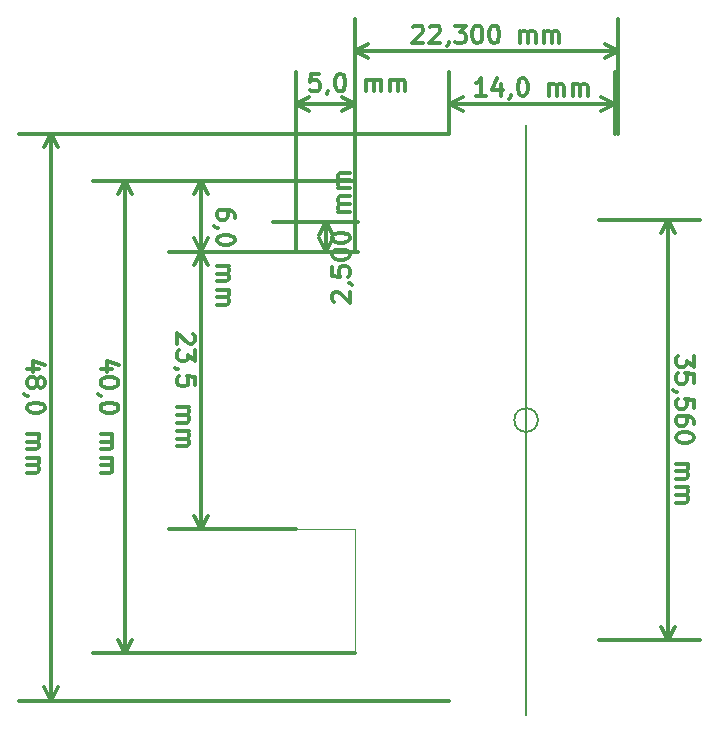
<source format=gbr>
G04 #@! TF.GenerationSoftware,KiCad,Pcbnew,5.0.2-bee76a0~70~ubuntu18.04.1*
G04 #@! TF.CreationDate,2019-03-07T20:11:12+01:00*
G04 #@! TF.ProjectId,bus-module_attiny1634,6275732d-6d6f-4647-956c-655f61747469,C*
G04 #@! TF.SameCoordinates,Original*
G04 #@! TF.FileFunction,Other,Comment*
%FSLAX46Y46*%
G04 Gerber Fmt 4.6, Leading zero omitted, Abs format (unit mm)*
G04 Created by KiCad (PCBNEW 5.0.2-bee76a0~70~ubuntu18.04.1) date Do 07 Mär 2019 20:11:12 CET*
%MOMM*%
%LPD*%
G01*
G04 APERTURE LIST*
%ADD10C,0.300000*%
%ADD11C,0.200000*%
%ADD12C,0.100000*%
G04 APERTURE END LIST*
D10*
X89935714Y-66991428D02*
X90007142Y-66920000D01*
X90150000Y-66848571D01*
X90507142Y-66848571D01*
X90650000Y-66920000D01*
X90721428Y-66991428D01*
X90792857Y-67134285D01*
X90792857Y-67277142D01*
X90721428Y-67491428D01*
X89864285Y-68348571D01*
X90792857Y-68348571D01*
X91364285Y-66991428D02*
X91435714Y-66920000D01*
X91578571Y-66848571D01*
X91935714Y-66848571D01*
X92078571Y-66920000D01*
X92150000Y-66991428D01*
X92221428Y-67134285D01*
X92221428Y-67277142D01*
X92150000Y-67491428D01*
X91292857Y-68348571D01*
X92221428Y-68348571D01*
X92935714Y-68277142D02*
X92935714Y-68348571D01*
X92864285Y-68491428D01*
X92792857Y-68562857D01*
X93435714Y-66848571D02*
X94364285Y-66848571D01*
X93864285Y-67420000D01*
X94078571Y-67420000D01*
X94221428Y-67491428D01*
X94292857Y-67562857D01*
X94364285Y-67705714D01*
X94364285Y-68062857D01*
X94292857Y-68205714D01*
X94221428Y-68277142D01*
X94078571Y-68348571D01*
X93650000Y-68348571D01*
X93507142Y-68277142D01*
X93435714Y-68205714D01*
X95292857Y-66848571D02*
X95435714Y-66848571D01*
X95578571Y-66920000D01*
X95650000Y-66991428D01*
X95721428Y-67134285D01*
X95792857Y-67420000D01*
X95792857Y-67777142D01*
X95721428Y-68062857D01*
X95650000Y-68205714D01*
X95578571Y-68277142D01*
X95435714Y-68348571D01*
X95292857Y-68348571D01*
X95150000Y-68277142D01*
X95078571Y-68205714D01*
X95007142Y-68062857D01*
X94935714Y-67777142D01*
X94935714Y-67420000D01*
X95007142Y-67134285D01*
X95078571Y-66991428D01*
X95150000Y-66920000D01*
X95292857Y-66848571D01*
X96721428Y-66848571D02*
X96864285Y-66848571D01*
X97007142Y-66920000D01*
X97078571Y-66991428D01*
X97150000Y-67134285D01*
X97221428Y-67420000D01*
X97221428Y-67777142D01*
X97150000Y-68062857D01*
X97078571Y-68205714D01*
X97007142Y-68277142D01*
X96864285Y-68348571D01*
X96721428Y-68348571D01*
X96578571Y-68277142D01*
X96507142Y-68205714D01*
X96435714Y-68062857D01*
X96364285Y-67777142D01*
X96364285Y-67420000D01*
X96435714Y-67134285D01*
X96507142Y-66991428D01*
X96578571Y-66920000D01*
X96721428Y-66848571D01*
X99007142Y-68348571D02*
X99007142Y-67348571D01*
X99007142Y-67491428D02*
X99078571Y-67420000D01*
X99221428Y-67348571D01*
X99435714Y-67348571D01*
X99578571Y-67420000D01*
X99650000Y-67562857D01*
X99650000Y-68348571D01*
X99650000Y-67562857D02*
X99721428Y-67420000D01*
X99864285Y-67348571D01*
X100078571Y-67348571D01*
X100221428Y-67420000D01*
X100292857Y-67562857D01*
X100292857Y-68348571D01*
X101007142Y-68348571D02*
X101007142Y-67348571D01*
X101007142Y-67491428D02*
X101078571Y-67420000D01*
X101221428Y-67348571D01*
X101435714Y-67348571D01*
X101578571Y-67420000D01*
X101650000Y-67562857D01*
X101650000Y-68348571D01*
X101650000Y-67562857D02*
X101721428Y-67420000D01*
X101864285Y-67348571D01*
X102078571Y-67348571D01*
X102221428Y-67420000D01*
X102292857Y-67562857D01*
X102292857Y-68348571D01*
X107300000Y-69020000D02*
X85000000Y-69020000D01*
X107300000Y-76020000D02*
X107300000Y-66320000D01*
X85000000Y-76020000D02*
X85000000Y-66320000D01*
X85000000Y-69020000D02*
X86126504Y-68433579D01*
X85000000Y-69020000D02*
X86126504Y-69606421D01*
X107300000Y-69020000D02*
X106173496Y-68433579D01*
X107300000Y-69020000D02*
X106173496Y-69606421D01*
X83196428Y-90245000D02*
X83125000Y-90173571D01*
X83053571Y-90030714D01*
X83053571Y-89673571D01*
X83125000Y-89530714D01*
X83196428Y-89459285D01*
X83339285Y-89387857D01*
X83482142Y-89387857D01*
X83696428Y-89459285D01*
X84553571Y-90316428D01*
X84553571Y-89387857D01*
X84482142Y-88673571D02*
X84553571Y-88673571D01*
X84696428Y-88745000D01*
X84767857Y-88816428D01*
X83053571Y-87316428D02*
X83053571Y-88030714D01*
X83767857Y-88102142D01*
X83696428Y-88030714D01*
X83625000Y-87887857D01*
X83625000Y-87530714D01*
X83696428Y-87387857D01*
X83767857Y-87316428D01*
X83910714Y-87245000D01*
X84267857Y-87245000D01*
X84410714Y-87316428D01*
X84482142Y-87387857D01*
X84553571Y-87530714D01*
X84553571Y-87887857D01*
X84482142Y-88030714D01*
X84410714Y-88102142D01*
X83053571Y-86316428D02*
X83053571Y-86173571D01*
X83125000Y-86030714D01*
X83196428Y-85959285D01*
X83339285Y-85887857D01*
X83625000Y-85816428D01*
X83982142Y-85816428D01*
X84267857Y-85887857D01*
X84410714Y-85959285D01*
X84482142Y-86030714D01*
X84553571Y-86173571D01*
X84553571Y-86316428D01*
X84482142Y-86459285D01*
X84410714Y-86530714D01*
X84267857Y-86602142D01*
X83982142Y-86673571D01*
X83625000Y-86673571D01*
X83339285Y-86602142D01*
X83196428Y-86530714D01*
X83125000Y-86459285D01*
X83053571Y-86316428D01*
X83053571Y-84887857D02*
X83053571Y-84745000D01*
X83125000Y-84602142D01*
X83196428Y-84530714D01*
X83339285Y-84459285D01*
X83625000Y-84387857D01*
X83982142Y-84387857D01*
X84267857Y-84459285D01*
X84410714Y-84530714D01*
X84482142Y-84602142D01*
X84553571Y-84745000D01*
X84553571Y-84887857D01*
X84482142Y-85030714D01*
X84410714Y-85102142D01*
X84267857Y-85173571D01*
X83982142Y-85245000D01*
X83625000Y-85245000D01*
X83339285Y-85173571D01*
X83196428Y-85102142D01*
X83125000Y-85030714D01*
X83053571Y-84887857D01*
X84553571Y-82602142D02*
X83553571Y-82602142D01*
X83696428Y-82602142D02*
X83625000Y-82530714D01*
X83553571Y-82387857D01*
X83553571Y-82173571D01*
X83625000Y-82030714D01*
X83767857Y-81959285D01*
X84553571Y-81959285D01*
X83767857Y-81959285D02*
X83625000Y-81887857D01*
X83553571Y-81745000D01*
X83553571Y-81530714D01*
X83625000Y-81387857D01*
X83767857Y-81316428D01*
X84553571Y-81316428D01*
X84553571Y-80602142D02*
X83553571Y-80602142D01*
X83696428Y-80602142D02*
X83625000Y-80530714D01*
X83553571Y-80387857D01*
X83553571Y-80173571D01*
X83625000Y-80030714D01*
X83767857Y-79959285D01*
X84553571Y-79959285D01*
X83767857Y-79959285D02*
X83625000Y-79887857D01*
X83553571Y-79745000D01*
X83553571Y-79530714D01*
X83625000Y-79387857D01*
X83767857Y-79316428D01*
X84553571Y-79316428D01*
X82525000Y-85995000D02*
X82525000Y-83495000D01*
X78025000Y-85995000D02*
X85225000Y-85995000D01*
X78025000Y-83495000D02*
X85225000Y-83495000D01*
X82525000Y-83495000D02*
X83111421Y-84621504D01*
X82525000Y-83495000D02*
X81938579Y-84621504D01*
X82525000Y-85995000D02*
X83111421Y-84868496D01*
X82525000Y-85995000D02*
X81938579Y-84868496D01*
X113677428Y-94806285D02*
X113677428Y-95734857D01*
X113106000Y-95234857D01*
X113106000Y-95449142D01*
X113034571Y-95592000D01*
X112963142Y-95663428D01*
X112820285Y-95734857D01*
X112463142Y-95734857D01*
X112320285Y-95663428D01*
X112248857Y-95592000D01*
X112177428Y-95449142D01*
X112177428Y-95020571D01*
X112248857Y-94877714D01*
X112320285Y-94806285D01*
X113677428Y-97092000D02*
X113677428Y-96377714D01*
X112963142Y-96306285D01*
X113034571Y-96377714D01*
X113106000Y-96520571D01*
X113106000Y-96877714D01*
X113034571Y-97020571D01*
X112963142Y-97092000D01*
X112820285Y-97163428D01*
X112463142Y-97163428D01*
X112320285Y-97092000D01*
X112248857Y-97020571D01*
X112177428Y-96877714D01*
X112177428Y-96520571D01*
X112248857Y-96377714D01*
X112320285Y-96306285D01*
X112248857Y-97877714D02*
X112177428Y-97877714D01*
X112034571Y-97806285D01*
X111963142Y-97734857D01*
X113677428Y-99234857D02*
X113677428Y-98520571D01*
X112963142Y-98449142D01*
X113034571Y-98520571D01*
X113106000Y-98663428D01*
X113106000Y-99020571D01*
X113034571Y-99163428D01*
X112963142Y-99234857D01*
X112820285Y-99306285D01*
X112463142Y-99306285D01*
X112320285Y-99234857D01*
X112248857Y-99163428D01*
X112177428Y-99020571D01*
X112177428Y-98663428D01*
X112248857Y-98520571D01*
X112320285Y-98449142D01*
X113677428Y-100592000D02*
X113677428Y-100306285D01*
X113606000Y-100163428D01*
X113534571Y-100092000D01*
X113320285Y-99949142D01*
X113034571Y-99877714D01*
X112463142Y-99877714D01*
X112320285Y-99949142D01*
X112248857Y-100020571D01*
X112177428Y-100163428D01*
X112177428Y-100449142D01*
X112248857Y-100592000D01*
X112320285Y-100663428D01*
X112463142Y-100734857D01*
X112820285Y-100734857D01*
X112963142Y-100663428D01*
X113034571Y-100592000D01*
X113106000Y-100449142D01*
X113106000Y-100163428D01*
X113034571Y-100020571D01*
X112963142Y-99949142D01*
X112820285Y-99877714D01*
X113677428Y-101663428D02*
X113677428Y-101806285D01*
X113606000Y-101949142D01*
X113534571Y-102020571D01*
X113391714Y-102092000D01*
X113106000Y-102163428D01*
X112748857Y-102163428D01*
X112463142Y-102092000D01*
X112320285Y-102020571D01*
X112248857Y-101949142D01*
X112177428Y-101806285D01*
X112177428Y-101663428D01*
X112248857Y-101520571D01*
X112320285Y-101449142D01*
X112463142Y-101377714D01*
X112748857Y-101306285D01*
X113106000Y-101306285D01*
X113391714Y-101377714D01*
X113534571Y-101449142D01*
X113606000Y-101520571D01*
X113677428Y-101663428D01*
X112177428Y-103949142D02*
X113177428Y-103949142D01*
X113034571Y-103949142D02*
X113106000Y-104020571D01*
X113177428Y-104163428D01*
X113177428Y-104377714D01*
X113106000Y-104520571D01*
X112963142Y-104592000D01*
X112177428Y-104592000D01*
X112963142Y-104592000D02*
X113106000Y-104663428D01*
X113177428Y-104806285D01*
X113177428Y-105020571D01*
X113106000Y-105163428D01*
X112963142Y-105234857D01*
X112177428Y-105234857D01*
X112177428Y-105949142D02*
X113177428Y-105949142D01*
X113034571Y-105949142D02*
X113106000Y-106020571D01*
X113177428Y-106163428D01*
X113177428Y-106377714D01*
X113106000Y-106520571D01*
X112963142Y-106592000D01*
X112177428Y-106592000D01*
X112963142Y-106592000D02*
X113106000Y-106663428D01*
X113177428Y-106806285D01*
X113177428Y-107020571D01*
X113106000Y-107163428D01*
X112963142Y-107234857D01*
X112177428Y-107234857D01*
X111506000Y-83312000D02*
X111506000Y-118872000D01*
X105664000Y-83312000D02*
X114206000Y-83312000D01*
X105664000Y-118872000D02*
X114206000Y-118872000D01*
X111506000Y-118872000D02*
X110919579Y-117745496D01*
X111506000Y-118872000D02*
X112092421Y-117745496D01*
X111506000Y-83312000D02*
X110919579Y-84438504D01*
X111506000Y-83312000D02*
X112092421Y-84438504D01*
D11*
X99492000Y-75254000D02*
X99492000Y-125254000D01*
D10*
X58221428Y-95928571D02*
X57221428Y-95928571D01*
X58792857Y-95571428D02*
X57721428Y-95214285D01*
X57721428Y-96142857D01*
X58078571Y-96928571D02*
X58150000Y-96785714D01*
X58221428Y-96714285D01*
X58364285Y-96642857D01*
X58435714Y-96642857D01*
X58578571Y-96714285D01*
X58650000Y-96785714D01*
X58721428Y-96928571D01*
X58721428Y-97214285D01*
X58650000Y-97357142D01*
X58578571Y-97428571D01*
X58435714Y-97500000D01*
X58364285Y-97500000D01*
X58221428Y-97428571D01*
X58150000Y-97357142D01*
X58078571Y-97214285D01*
X58078571Y-96928571D01*
X58007142Y-96785714D01*
X57935714Y-96714285D01*
X57792857Y-96642857D01*
X57507142Y-96642857D01*
X57364285Y-96714285D01*
X57292857Y-96785714D01*
X57221428Y-96928571D01*
X57221428Y-97214285D01*
X57292857Y-97357142D01*
X57364285Y-97428571D01*
X57507142Y-97500000D01*
X57792857Y-97500000D01*
X57935714Y-97428571D01*
X58007142Y-97357142D01*
X58078571Y-97214285D01*
X57292857Y-98214285D02*
X57221428Y-98214285D01*
X57078571Y-98142857D01*
X57007142Y-98071428D01*
X58721428Y-99142857D02*
X58721428Y-99285714D01*
X58650000Y-99428571D01*
X58578571Y-99500000D01*
X58435714Y-99571428D01*
X58150000Y-99642857D01*
X57792857Y-99642857D01*
X57507142Y-99571428D01*
X57364285Y-99500000D01*
X57292857Y-99428571D01*
X57221428Y-99285714D01*
X57221428Y-99142857D01*
X57292857Y-99000000D01*
X57364285Y-98928571D01*
X57507142Y-98857142D01*
X57792857Y-98785714D01*
X58150000Y-98785714D01*
X58435714Y-98857142D01*
X58578571Y-98928571D01*
X58650000Y-99000000D01*
X58721428Y-99142857D01*
X57221428Y-101428571D02*
X58221428Y-101428571D01*
X58078571Y-101428571D02*
X58150000Y-101500000D01*
X58221428Y-101642857D01*
X58221428Y-101857142D01*
X58150000Y-102000000D01*
X58007142Y-102071428D01*
X57221428Y-102071428D01*
X58007142Y-102071428D02*
X58150000Y-102142857D01*
X58221428Y-102285714D01*
X58221428Y-102500000D01*
X58150000Y-102642857D01*
X58007142Y-102714285D01*
X57221428Y-102714285D01*
X57221428Y-103428571D02*
X58221428Y-103428571D01*
X58078571Y-103428571D02*
X58150000Y-103500000D01*
X58221428Y-103642857D01*
X58221428Y-103857142D01*
X58150000Y-104000000D01*
X58007142Y-104071428D01*
X57221428Y-104071428D01*
X58007142Y-104071428D02*
X58150000Y-104142857D01*
X58221428Y-104285714D01*
X58221428Y-104500000D01*
X58150000Y-104642857D01*
X58007142Y-104714285D01*
X57221428Y-104714285D01*
X59250000Y-76000000D02*
X59250000Y-124000000D01*
X93000000Y-76000000D02*
X56550000Y-76000000D01*
X93000000Y-124000000D02*
X56550000Y-124000000D01*
X59250000Y-124000000D02*
X58663579Y-122873496D01*
X59250000Y-124000000D02*
X59836421Y-122873496D01*
X59250000Y-76000000D02*
X58663579Y-77126504D01*
X59250000Y-76000000D02*
X59836421Y-77126504D01*
X64471428Y-95928571D02*
X63471428Y-95928571D01*
X65042857Y-95571428D02*
X63971428Y-95214285D01*
X63971428Y-96142857D01*
X64971428Y-97000000D02*
X64971428Y-97142857D01*
X64900000Y-97285714D01*
X64828571Y-97357142D01*
X64685714Y-97428571D01*
X64400000Y-97500000D01*
X64042857Y-97500000D01*
X63757142Y-97428571D01*
X63614285Y-97357142D01*
X63542857Y-97285714D01*
X63471428Y-97142857D01*
X63471428Y-97000000D01*
X63542857Y-96857142D01*
X63614285Y-96785714D01*
X63757142Y-96714285D01*
X64042857Y-96642857D01*
X64400000Y-96642857D01*
X64685714Y-96714285D01*
X64828571Y-96785714D01*
X64900000Y-96857142D01*
X64971428Y-97000000D01*
X63542857Y-98214285D02*
X63471428Y-98214285D01*
X63328571Y-98142857D01*
X63257142Y-98071428D01*
X64971428Y-99142857D02*
X64971428Y-99285714D01*
X64900000Y-99428571D01*
X64828571Y-99500000D01*
X64685714Y-99571428D01*
X64400000Y-99642857D01*
X64042857Y-99642857D01*
X63757142Y-99571428D01*
X63614285Y-99500000D01*
X63542857Y-99428571D01*
X63471428Y-99285714D01*
X63471428Y-99142857D01*
X63542857Y-99000000D01*
X63614285Y-98928571D01*
X63757142Y-98857142D01*
X64042857Y-98785714D01*
X64400000Y-98785714D01*
X64685714Y-98857142D01*
X64828571Y-98928571D01*
X64900000Y-99000000D01*
X64971428Y-99142857D01*
X63471428Y-101428571D02*
X64471428Y-101428571D01*
X64328571Y-101428571D02*
X64400000Y-101500000D01*
X64471428Y-101642857D01*
X64471428Y-101857142D01*
X64400000Y-102000000D01*
X64257142Y-102071428D01*
X63471428Y-102071428D01*
X64257142Y-102071428D02*
X64400000Y-102142857D01*
X64471428Y-102285714D01*
X64471428Y-102500000D01*
X64400000Y-102642857D01*
X64257142Y-102714285D01*
X63471428Y-102714285D01*
X63471428Y-103428571D02*
X64471428Y-103428571D01*
X64328571Y-103428571D02*
X64400000Y-103500000D01*
X64471428Y-103642857D01*
X64471428Y-103857142D01*
X64400000Y-104000000D01*
X64257142Y-104071428D01*
X63471428Y-104071428D01*
X64257142Y-104071428D02*
X64400000Y-104142857D01*
X64471428Y-104285714D01*
X64471428Y-104500000D01*
X64400000Y-104642857D01*
X64257142Y-104714285D01*
X63471428Y-104714285D01*
X65500000Y-80000000D02*
X65500000Y-120000000D01*
X85000000Y-80000000D02*
X62800000Y-80000000D01*
X85000000Y-120000000D02*
X62800000Y-120000000D01*
X65500000Y-120000000D02*
X64913579Y-118873496D01*
X65500000Y-120000000D02*
X66086421Y-118873496D01*
X65500000Y-80000000D02*
X64913579Y-81126504D01*
X65500000Y-80000000D02*
X66086421Y-81126504D01*
X71328571Y-92964285D02*
X71400000Y-93035714D01*
X71471428Y-93178571D01*
X71471428Y-93535714D01*
X71400000Y-93678571D01*
X71328571Y-93750000D01*
X71185714Y-93821428D01*
X71042857Y-93821428D01*
X70828571Y-93750000D01*
X69971428Y-92892857D01*
X69971428Y-93821428D01*
X71471428Y-94321428D02*
X71471428Y-95250000D01*
X70900000Y-94750000D01*
X70900000Y-94964285D01*
X70828571Y-95107142D01*
X70757142Y-95178571D01*
X70614285Y-95250000D01*
X70257142Y-95250000D01*
X70114285Y-95178571D01*
X70042857Y-95107142D01*
X69971428Y-94964285D01*
X69971428Y-94535714D01*
X70042857Y-94392857D01*
X70114285Y-94321428D01*
X70042857Y-95964285D02*
X69971428Y-95964285D01*
X69828571Y-95892857D01*
X69757142Y-95821428D01*
X71471428Y-97321428D02*
X71471428Y-96607142D01*
X70757142Y-96535714D01*
X70828571Y-96607142D01*
X70900000Y-96750000D01*
X70900000Y-97107142D01*
X70828571Y-97250000D01*
X70757142Y-97321428D01*
X70614285Y-97392857D01*
X70257142Y-97392857D01*
X70114285Y-97321428D01*
X70042857Y-97250000D01*
X69971428Y-97107142D01*
X69971428Y-96750000D01*
X70042857Y-96607142D01*
X70114285Y-96535714D01*
X69971428Y-99178571D02*
X70971428Y-99178571D01*
X70828571Y-99178571D02*
X70900000Y-99250000D01*
X70971428Y-99392857D01*
X70971428Y-99607142D01*
X70900000Y-99750000D01*
X70757142Y-99821428D01*
X69971428Y-99821428D01*
X70757142Y-99821428D02*
X70900000Y-99892857D01*
X70971428Y-100035714D01*
X70971428Y-100250000D01*
X70900000Y-100392857D01*
X70757142Y-100464285D01*
X69971428Y-100464285D01*
X69971428Y-101178571D02*
X70971428Y-101178571D01*
X70828571Y-101178571D02*
X70900000Y-101250000D01*
X70971428Y-101392857D01*
X70971428Y-101607142D01*
X70900000Y-101750000D01*
X70757142Y-101821428D01*
X69971428Y-101821428D01*
X70757142Y-101821428D02*
X70900000Y-101892857D01*
X70971428Y-102035714D01*
X70971428Y-102250000D01*
X70900000Y-102392857D01*
X70757142Y-102464285D01*
X69971428Y-102464285D01*
X72000000Y-86000000D02*
X72000000Y-109500000D01*
X80000000Y-86000000D02*
X69300000Y-86000000D01*
X80000000Y-109500000D02*
X69300000Y-109500000D01*
X72000000Y-109500000D02*
X71413579Y-108373496D01*
X72000000Y-109500000D02*
X72586421Y-108373496D01*
X72000000Y-86000000D02*
X71413579Y-87126504D01*
X72000000Y-86000000D02*
X72586421Y-87126504D01*
X74821428Y-83142857D02*
X74821428Y-82857142D01*
X74750000Y-82714285D01*
X74678571Y-82642857D01*
X74464285Y-82500000D01*
X74178571Y-82428571D01*
X73607142Y-82428571D01*
X73464285Y-82500000D01*
X73392857Y-82571428D01*
X73321428Y-82714285D01*
X73321428Y-83000000D01*
X73392857Y-83142857D01*
X73464285Y-83214285D01*
X73607142Y-83285714D01*
X73964285Y-83285714D01*
X74107142Y-83214285D01*
X74178571Y-83142857D01*
X74250000Y-83000000D01*
X74250000Y-82714285D01*
X74178571Y-82571428D01*
X74107142Y-82500000D01*
X73964285Y-82428571D01*
X73392857Y-84000000D02*
X73321428Y-84000000D01*
X73178571Y-83928571D01*
X73107142Y-83857142D01*
X74821428Y-84928571D02*
X74821428Y-85071428D01*
X74750000Y-85214285D01*
X74678571Y-85285714D01*
X74535714Y-85357142D01*
X74250000Y-85428571D01*
X73892857Y-85428571D01*
X73607142Y-85357142D01*
X73464285Y-85285714D01*
X73392857Y-85214285D01*
X73321428Y-85071428D01*
X73321428Y-84928571D01*
X73392857Y-84785714D01*
X73464285Y-84714285D01*
X73607142Y-84642857D01*
X73892857Y-84571428D01*
X74250000Y-84571428D01*
X74535714Y-84642857D01*
X74678571Y-84714285D01*
X74750000Y-84785714D01*
X74821428Y-84928571D01*
X73321428Y-87214285D02*
X74321428Y-87214285D01*
X74178571Y-87214285D02*
X74250000Y-87285714D01*
X74321428Y-87428571D01*
X74321428Y-87642857D01*
X74250000Y-87785714D01*
X74107142Y-87857142D01*
X73321428Y-87857142D01*
X74107142Y-87857142D02*
X74250000Y-87928571D01*
X74321428Y-88071428D01*
X74321428Y-88285714D01*
X74250000Y-88428571D01*
X74107142Y-88500000D01*
X73321428Y-88500000D01*
X73321428Y-89214285D02*
X74321428Y-89214285D01*
X74178571Y-89214285D02*
X74250000Y-89285714D01*
X74321428Y-89428571D01*
X74321428Y-89642857D01*
X74250000Y-89785714D01*
X74107142Y-89857142D01*
X73321428Y-89857142D01*
X74107142Y-89857142D02*
X74250000Y-89928571D01*
X74321428Y-90071428D01*
X74321428Y-90285714D01*
X74250000Y-90428571D01*
X74107142Y-90500000D01*
X73321428Y-90500000D01*
X72000000Y-80000000D02*
X72000000Y-86000000D01*
X85000000Y-80000000D02*
X69300000Y-80000000D01*
X85000000Y-86000000D02*
X69300000Y-86000000D01*
X72000000Y-86000000D02*
X71413579Y-84873496D01*
X72000000Y-86000000D02*
X72586421Y-84873496D01*
X72000000Y-80000000D02*
X71413579Y-81126504D01*
X72000000Y-80000000D02*
X72586421Y-81126504D01*
X81964285Y-70928571D02*
X81250000Y-70928571D01*
X81178571Y-71642857D01*
X81250000Y-71571428D01*
X81392857Y-71500000D01*
X81750000Y-71500000D01*
X81892857Y-71571428D01*
X81964285Y-71642857D01*
X82035714Y-71785714D01*
X82035714Y-72142857D01*
X81964285Y-72285714D01*
X81892857Y-72357142D01*
X81750000Y-72428571D01*
X81392857Y-72428571D01*
X81250000Y-72357142D01*
X81178571Y-72285714D01*
X82750000Y-72357142D02*
X82750000Y-72428571D01*
X82678571Y-72571428D01*
X82607142Y-72642857D01*
X83678571Y-70928571D02*
X83821428Y-70928571D01*
X83964285Y-71000000D01*
X84035714Y-71071428D01*
X84107142Y-71214285D01*
X84178571Y-71500000D01*
X84178571Y-71857142D01*
X84107142Y-72142857D01*
X84035714Y-72285714D01*
X83964285Y-72357142D01*
X83821428Y-72428571D01*
X83678571Y-72428571D01*
X83535714Y-72357142D01*
X83464285Y-72285714D01*
X83392857Y-72142857D01*
X83321428Y-71857142D01*
X83321428Y-71500000D01*
X83392857Y-71214285D01*
X83464285Y-71071428D01*
X83535714Y-71000000D01*
X83678571Y-70928571D01*
X85964285Y-72428571D02*
X85964285Y-71428571D01*
X85964285Y-71571428D02*
X86035714Y-71500000D01*
X86178571Y-71428571D01*
X86392857Y-71428571D01*
X86535714Y-71500000D01*
X86607142Y-71642857D01*
X86607142Y-72428571D01*
X86607142Y-71642857D02*
X86678571Y-71500000D01*
X86821428Y-71428571D01*
X87035714Y-71428571D01*
X87178571Y-71500000D01*
X87250000Y-71642857D01*
X87250000Y-72428571D01*
X87964285Y-72428571D02*
X87964285Y-71428571D01*
X87964285Y-71571428D02*
X88035714Y-71500000D01*
X88178571Y-71428571D01*
X88392857Y-71428571D01*
X88535714Y-71500000D01*
X88607142Y-71642857D01*
X88607142Y-72428571D01*
X88607142Y-71642857D02*
X88678571Y-71500000D01*
X88821428Y-71428571D01*
X89035714Y-71428571D01*
X89178571Y-71500000D01*
X89250000Y-71642857D01*
X89250000Y-72428571D01*
X85000000Y-73500000D02*
X80000000Y-73500000D01*
X85000000Y-86000000D02*
X85000000Y-70800000D01*
X80000000Y-86000000D02*
X80000000Y-70800000D01*
X80000000Y-73500000D02*
X81126504Y-72913579D01*
X80000000Y-73500000D02*
X81126504Y-74086421D01*
X85000000Y-73500000D02*
X83873496Y-72913579D01*
X85000000Y-73500000D02*
X83873496Y-74086421D01*
X96071428Y-72828571D02*
X95214285Y-72828571D01*
X95642857Y-72828571D02*
X95642857Y-71328571D01*
X95500000Y-71542857D01*
X95357142Y-71685714D01*
X95214285Y-71757142D01*
X97357142Y-71828571D02*
X97357142Y-72828571D01*
X97000000Y-71257142D02*
X96642857Y-72328571D01*
X97571428Y-72328571D01*
X98214285Y-72757142D02*
X98214285Y-72828571D01*
X98142857Y-72971428D01*
X98071428Y-73042857D01*
X99142857Y-71328571D02*
X99285714Y-71328571D01*
X99428571Y-71400000D01*
X99500000Y-71471428D01*
X99571428Y-71614285D01*
X99642857Y-71900000D01*
X99642857Y-72257142D01*
X99571428Y-72542857D01*
X99500000Y-72685714D01*
X99428571Y-72757142D01*
X99285714Y-72828571D01*
X99142857Y-72828571D01*
X99000000Y-72757142D01*
X98928571Y-72685714D01*
X98857142Y-72542857D01*
X98785714Y-72257142D01*
X98785714Y-71900000D01*
X98857142Y-71614285D01*
X98928571Y-71471428D01*
X99000000Y-71400000D01*
X99142857Y-71328571D01*
X101428571Y-72828571D02*
X101428571Y-71828571D01*
X101428571Y-71971428D02*
X101500000Y-71900000D01*
X101642857Y-71828571D01*
X101857142Y-71828571D01*
X102000000Y-71900000D01*
X102071428Y-72042857D01*
X102071428Y-72828571D01*
X102071428Y-72042857D02*
X102142857Y-71900000D01*
X102285714Y-71828571D01*
X102500000Y-71828571D01*
X102642857Y-71900000D01*
X102714285Y-72042857D01*
X102714285Y-72828571D01*
X103428571Y-72828571D02*
X103428571Y-71828571D01*
X103428571Y-71971428D02*
X103500000Y-71900000D01*
X103642857Y-71828571D01*
X103857142Y-71828571D01*
X104000000Y-71900000D01*
X104071428Y-72042857D01*
X104071428Y-72828571D01*
X104071428Y-72042857D02*
X104142857Y-71900000D01*
X104285714Y-71828571D01*
X104500000Y-71828571D01*
X104642857Y-71900000D01*
X104714285Y-72042857D01*
X104714285Y-72828571D01*
X93000000Y-73500000D02*
X107000000Y-73500000D01*
X93000000Y-76000000D02*
X93000000Y-70800000D01*
X107000000Y-76000000D02*
X107000000Y-70800000D01*
X107000000Y-73500000D02*
X105873496Y-74086421D01*
X107000000Y-73500000D02*
X105873496Y-72913579D01*
X93000000Y-73500000D02*
X94126504Y-74086421D01*
X93000000Y-73500000D02*
X94126504Y-72913579D01*
D12*
X85000000Y-120000000D02*
X85000000Y-109500000D01*
X85000000Y-80000000D02*
X85000000Y-86000000D01*
X80000000Y-109500000D02*
X85000000Y-109500000D01*
X85000000Y-86000000D02*
X80000000Y-86000000D01*
D11*
X100492000Y-100254000D02*
G75*
G03X100492000Y-100254000I-1000000J0D01*
G01*
M02*

</source>
